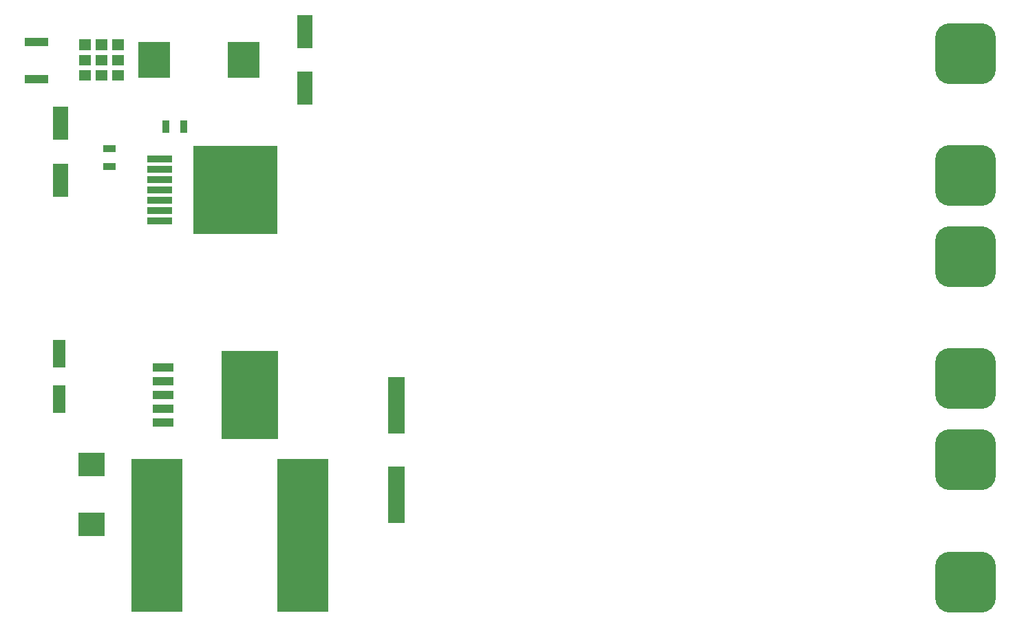
<source format=gtp>
G04*
G04 #@! TF.GenerationSoftware,Altium Limited,Altium Designer,21.8.1 (53)*
G04*
G04 Layer_Color=8421504*
%FSLAX44Y44*%
%MOMM*%
G71*
G04*
G04 #@! TF.SameCoordinates,729BE4B4-5849-4A10-A7F1-CC33B50161C2*
G04*
G04*
G04 #@! TF.FilePolarity,Positive*
G04*
G01*
G75*
%ADD17R,1.9000X4.1500*%
%ADD18R,6.3500X18.8000*%
%ADD19R,4.0000X4.5000*%
%ADD20R,10.4100X10.8000*%
%ADD21R,3.1600X0.9100*%
%ADD22R,2.0000X7.0000*%
%ADD23R,2.9400X1.1000*%
%ADD24R,2.6600X1.0700*%
%ADD25R,7.0000X10.8000*%
G04:AMPARAMS|DCode=26|XSize=7.5mm|YSize=7.5mm|CornerRadius=1.875mm|HoleSize=0mm|Usage=FLASHONLY|Rotation=270.000|XOffset=0mm|YOffset=0mm|HoleType=Round|Shape=RoundedRectangle|*
%AMROUNDEDRECTD26*
21,1,7.5000,3.7500,0,0,270.0*
21,1,3.7500,7.5000,0,0,270.0*
1,1,3.7500,-1.8750,-1.8750*
1,1,3.7500,-1.8750,1.8750*
1,1,3.7500,1.8750,1.8750*
1,1,3.7500,1.8750,-1.8750*
%
%ADD26ROUNDEDRECTD26*%
%ADD27R,1.6000X3.5000*%
%ADD28R,3.3000X2.8500*%
%ADD29R,0.9000X1.5000*%
%ADD30R,1.5000X0.9000*%
G36*
X254600Y731750D02*
X240000D01*
Y744850D01*
X254600D01*
Y731750D01*
D02*
G37*
G36*
X234300D02*
X219700D01*
Y744850D01*
X234300D01*
Y731750D01*
D02*
G37*
G36*
X214000D02*
X199400D01*
Y744850D01*
X214000D01*
Y731750D01*
D02*
G37*
G36*
X254600Y712950D02*
X240000D01*
Y726050D01*
X254600D01*
Y712950D01*
D02*
G37*
G36*
X234300D02*
X219700D01*
Y726050D01*
X234300D01*
Y712950D01*
D02*
G37*
G36*
X214000D02*
X199400D01*
Y726050D01*
X214000D01*
Y712950D01*
D02*
G37*
G36*
X254600Y694150D02*
X240000D01*
Y707250D01*
X254600D01*
Y694150D01*
D02*
G37*
G36*
X234300D02*
X219700D01*
Y707250D01*
X234300D01*
Y694150D01*
D02*
G37*
G36*
X214000D02*
X199400D01*
Y707250D01*
X214000D01*
Y694150D01*
D02*
G37*
D17*
X177000Y641500D02*
D03*
Y572000D02*
D03*
X477000Y754250D02*
D03*
Y684750D02*
D03*
D18*
X295000Y135000D02*
D03*
X475000D02*
D03*
D19*
X292000Y719500D02*
D03*
X402000D02*
D03*
D20*
X391750Y559500D02*
D03*
D21*
X299000Y521400D02*
D03*
Y534100D02*
D03*
Y546800D02*
D03*
Y559500D02*
D03*
Y572200D02*
D03*
Y584900D02*
D03*
Y597600D02*
D03*
D22*
X590000Y295000D02*
D03*
Y185000D02*
D03*
D23*
X147000Y742220D02*
D03*
Y696500D02*
D03*
D24*
X303000Y341500D02*
D03*
Y273500D02*
D03*
Y324500D02*
D03*
Y290500D02*
D03*
Y307500D02*
D03*
D25*
X410000D02*
D03*
D26*
X1290000Y727500D02*
D03*
Y577500D02*
D03*
Y477500D02*
D03*
Y327500D02*
D03*
Y227500D02*
D03*
Y77500D02*
D03*
D27*
X175000Y302000D02*
D03*
Y358000D02*
D03*
D28*
X215000Y222000D02*
D03*
Y148000D02*
D03*
D29*
X306000Y638000D02*
D03*
X328000D02*
D03*
D30*
X237000Y610500D02*
D03*
Y588500D02*
D03*
M02*

</source>
